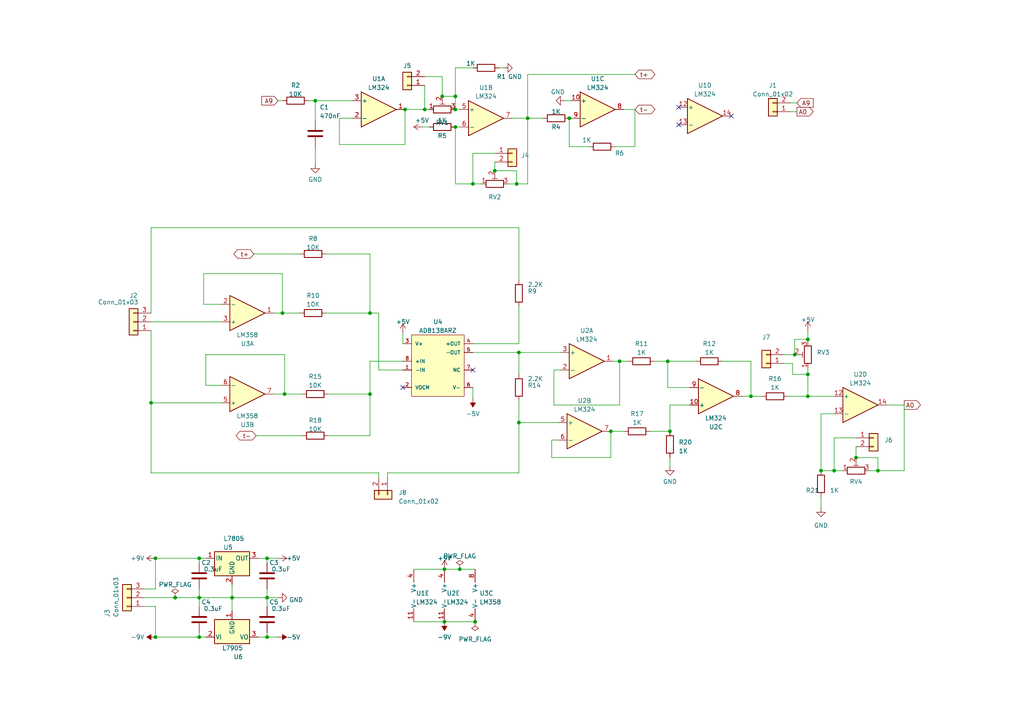
<source format=kicad_sch>
(kicad_sch (version 20230121) (generator eeschema)
  (paper "A4")
  (title_block (title "Fully Differential Potentiostat") (date "2023-05-15") (rev "1.0") (company "Felipe Avila Silva"))
  (lib_symbols
    (symbol "Amplifier_Operational:LM324" (pin_names (offset 0.127))
      (property "Reference" "U" (at 0 5.08 0))
      (property "Value" "LM324" (at 0 -5.08 0))
      (symbol "LM324_1_1"
        (polyline (pts (xy -5.08 5.08) (xy 5.08 0) (xy -5.08 -5.08) (xy -5.08 5.08)) (stroke (width 0.254)) (fill (type background)))
        (pin output line (at 7.62 0 180) (length 2.54) (name "~") (number "1"))
        (pin input line (at -7.62 -2.54 0) (length 2.54) (name "-") (number "2"))
        (pin input line (at -7.62 2.54 0) (length 2.54) (name "+") (number "3"))
      )
      (symbol "LM324_2_1"
        (polyline (pts (xy -5.08 5.08) (xy 5.08 0) (xy -5.08 -5.08) (xy -5.08 5.08)) (stroke (width 0.254)) (fill (type background)))
        (pin input line (at -7.62 2.54 0) (length 2.54) (name "+") (number "5"))
        (pin input line (at -7.62 -2.54 0) (length 2.54) (name "-") (number "6"))
        (pin output line (at 7.62 0 180) (length 2.54) (name "~") (number "7"))
      )
      (symbol "LM324_3_1"
        (polyline (pts (xy -5.08 5.08) (xy 5.08 0) (xy -5.08 -5.08) (xy -5.08 5.08)) (stroke (width 0.254)) (fill (type background)))
        (pin input line (at -7.62 2.54 0) (length 2.54) (name "+") (number "10"))
        (pin output line (at 7.62 0 180) (length 2.54) (name "~") (number "8"))
        (pin input line (at -7.62 -2.54 0) (length 2.54) (name "-") (number "9"))
      )
      (symbol "LM324_4_1"
        (polyline (pts (xy -5.08 5.08) (xy 5.08 0) (xy -5.08 -5.08) (xy -5.08 5.08)) (stroke (width 0.254)) (fill (type background)))
        (pin input line (at -7.62 2.54 0) (length 2.54) (name "+") (number "12"))
        (pin input line (at -7.62 -2.54 0) (length 2.54) (name "-") (number "13"))
        (pin output line (at 7.62 0 180) (length 2.54) (name "~") (number "14"))
      )
      (symbol "LM324_5_1"
        (pin power_in line (at -2.54 -7.62 90) (length 3.81) (name "V-") (number "11"))
        (pin power_in line (at -2.54 7.62 270) (length 3.81) (name "V+") (number "4"))
      )
    )
    (symbol "Amplifier_Operational:LM358" (pin_names (offset 0.127))
      (property "Reference" "U" (at 0 5.08 0))
      (property "Value" "LM358" (at 0 -5.08 0))
      (symbol "LM358_1_1"
        (polyline (pts (xy -5.08 5.08) (xy 5.08 0) (xy -5.08 -5.08) (xy -5.08 5.08)) (stroke (width 0.254)) (fill (type background)))
        (pin output line (at 7.62 0 180) (length 2.54) (name "~") (number "1"))
        (pin input line (at -7.62 -2.54 0) (length 2.54) (name "-") (number "2"))
        (pin input line (at -7.62 2.54 0) (length 2.54) (name "+") (number "3"))
      )
      (symbol "LM358_2_1"
        (polyline (pts (xy -5.08 5.08) (xy 5.08 0) (xy -5.08 -5.08) (xy -5.08 5.08)) (stroke (width 0.254)) (fill (type background)))
        (pin input line (at -7.62 2.54 0) (length 2.54) (name "+") (number "5"))
        (pin input line (at -7.62 -2.54 0) (length 2.54) (name "-") (number "6"))
        (pin output line (at 7.62 0 180) (length 2.54) (name "~") (number "7"))
      )
      (symbol "LM358_3_1"
        (pin power_in line (at -2.54 -7.62 90) (length 3.81) (name "V-") (number "4"))
        (pin power_in line (at -2.54 7.62 270) (length 3.81) (name "V+") (number "8"))
      )
    )
    (symbol "Connector_Generic:Conn_01x02" (pin_names (offset 1.016) hide)
      (property "Reference" "J" (at 0 2.54 0))
      (property "Value" "Conn_01x02" (at 0 -5.08 0))
      (symbol "Conn_01x02_1_1"
        (rectangle (start -1.27 -2.413) (end 0 -2.667) (stroke (width 0.1524)))
        (rectangle (start -1.27 0.127) (end 0 -0.127) (stroke (width 0.1524)))
        (rectangle (start -1.27 1.27) (end 1.27 -3.81) (stroke (width 0.254)) (fill (type background)))
        (pin passive line (at -5.08 0 0) (length 3.81) (name "Pin_1") (number "1"))
        (pin passive line (at -5.08 -2.54 0) (length 3.81) (name "Pin_2") (number "2"))
      )
    )
    (symbol "Connector_Generic:Conn_01x03" (pin_names (offset 1.016) hide)
      (property "Reference" "J" (at 0 5.08 0))
      (property "Value" "Conn_01x03" (at 0 -5.08 0))
      (symbol "Conn_01x03_1_1"
        (rectangle (start -1.27 -2.413) (end 0 -2.667) (stroke (width 0.1524)))
        (rectangle (start -1.27 0.127) (end 0 -0.127) (stroke (width 0.1524)))
        (rectangle (start -1.27 2.667) (end 0 2.413) (stroke (width 0.1524)))
        (rectangle (start -1.27 3.81) (end 1.27 -3.81) (stroke (width 0.254)) (fill (type background)))
        (pin passive line (at -5.08 2.54 0) (length 3.81) (name "Pin_1") (number "1"))
        (pin passive line (at -5.08 0 0) (length 3.81) (name "Pin_2") (number "2"))
        (pin passive line (at -5.08 -2.54 0) (length 3.81) (name "Pin_3") (number "3"))
      )
    )
    (symbol "Device:C" (pin_numbers hide) (pin_names (offset 0.254))
      (property "Reference" "C" (at 0.635 2.54 0))
      (property "Value" "C" (at 0.635 -2.54 0))
      (symbol "C_0_1"
        (polyline (pts (xy -2.032 -0.762) (xy 2.032 -0.762)) (stroke (width 0.508)))
        (polyline (pts (xy -2.032 0.762) (xy 2.032 0.762)) (stroke (width 0.508)))
      )
      (symbol "C_1_1"
        (pin passive line (at 0 3.81 270) (length 2.794) (name "~") (number "1"))
        (pin passive line (at 0 -3.81 90) (length 2.794) (name "~") (number "2"))
      )
    )
    (symbol "Device:R" (pin_numbers hide) (pin_names (offset 0))
      (property "Reference" "R" (at 2.032 0 90))
      (property "Value" "R" (at 0 0 90))
      (symbol "R_0_1"
        (rectangle (start -1.016 -2.54) (end 1.016 2.54) (stroke (width 0.254)))
      )
      (symbol "R_1_1"
        (pin passive line (at 0 3.81 270) (length 1.27) (name "~") (number "1"))
        (pin passive line (at 0 -3.81 90) (length 1.27) (name "~") (number "2"))
      )
    )
    (symbol "Device:R_Potentiometer_Trim" (pin_names (offset 1.016) hide)
      (property "Reference" "RV" (at -4.445 0 90))
      (property "Value" "R_Potentiometer_Trim" (at -2.54 0 90))
      (symbol "R_Potentiometer_Trim_0_1"
        (polyline (pts (xy 1.524 0.762) (xy 1.524 -0.762)))
        (polyline (pts (xy 2.54 0) (xy 1.524 0)))
        (rectangle (start 1.016 2.54) (end -1.016 -2.54) (stroke (width 0.254)))
      )
      (symbol "R_Potentiometer_Trim_1_1"
        (pin passive line (at 0 3.81 270) (length 1.27) (name "1") (number "1"))
        (pin passive line (at 3.81 0 180) (length 1.27) (name "2") (number "2"))
        (pin passive line (at 0 -3.81 90) (length 1.27) (name "3") (number "3"))
      )
    )
    (symbol "Regulator_Linear:L7805" (pin_names (offset 0.254))
      (property "Reference" "U" (at -3.81 3.175 0))
      (property "Value" "L7805" (at 0 3.175 0))
      (symbol "L7805_0_1"
        (rectangle (start -5.08 1.905) (end 5.08 -5.08) (stroke (width 0.254)) (fill (type background)))
      )
      (symbol "L7805_1_1"
        (pin power_in line (at -7.62 0 0) (length 2.54) (name "IN") (number "1"))
        (pin power_in line (at 0 -7.62 90) (length 2.54) (name "GND") (number "2"))
        (pin power_out line (at 7.62 0 180) (length 2.54) (name "OUT") (number "3"))
      )
    )
    (symbol "Regulator_Linear:L7905" (pin_names (offset 0.254))
      (property "Reference" "U" (at -3.81 -3.175 0))
      (property "Value" "L7905" (at 0 -3.175 0))
      (symbol "L7905_0_1"
        (rectangle (start -5.08 5.08) (end 5.08 -1.905) (stroke (width 0.254)) (fill (type background)))
      )
      (symbol "L7905_1_1"
        (pin power_in line (at 0 7.62 270) (length 2.54) (name "GND") (number "1"))
        (pin power_in line (at -7.62 0 0) (length 2.54) (name "VI") (number "2"))
        (pin power_out line (at 7.62 0 180) (length 2.54) (name "VO") (number "3"))
      )
    )
    (symbol "eec:AD8138ARZ" (pin_names (offset 1.016))
      (property "Reference" "U" (at 0 5.08 0))
      (property "Value" "AD8138ARZ" (at 0 7.62 0))
      (symbol "AD8138ARZ_1_1"
        (rectangle (start 5.08 2.54) (end 20.32 -15.24) (fill (type background)))
        (pin unspecified line (at 2.54 -7.62 0) (length 2.54) (name "-IN") (number "1"))
        (pin unspecified line (at 2.54 -12.7 0) (length 2.54) (name "VOCM") (number "2"))
        (pin unspecified line (at 2.54 0 0) (length 2.54) (name "V+") (number "3"))
        (pin unspecified line (at 22.86 0 180) (length 2.54) (name "+OUT") (number "4"))
        (pin unspecified line (at 22.86 -2.54 180) (length 2.54) (name "-OUT") (number "5"))
        (pin unspecified line (at 22.86 -12.7 180) (length 2.54) (name "V-") (number "6"))
        (pin unspecified line (at 22.86 -7.62 180) (length 2.54) (name "NC") (number "7"))
        (pin unspecified line (at 2.54 -5.08 0) (length 2.54) (name "+IN") (number "8"))
      )
    )
    (symbol "power:+5V" (power) (pin_names (offset 0))
      (property "Value" "+5V" (at 0 3.556 0))
      (symbol "+5V_0_1"
        (polyline (pts (xy -0.762 1.27) (xy 0 2.54)))
        (polyline (pts (xy 0 0) (xy 0 2.54)))
        (polyline (pts (xy 0 2.54) (xy 0.762 1.27)))
      )
      (symbol "+5V_1_1"
        (pin power_in line (at 0 0 90) (length 0) hide (name "+5V") (number "1"))
      )
    )
    (symbol "power:+9V" (power) (pin_names (offset 0))
      (property "Value" "+9V" (at 0 3.556 0))
      (symbol "+9V_0_1"
        (polyline (pts (xy -0.762 1.27) (xy 0 2.54)))
        (polyline (pts (xy 0 0) (xy 0 2.54)))
        (polyline (pts (xy 0 2.54) (xy 0.762 1.27)))
      )
      (symbol "+9V_1_1"
        (pin power_in line (at 0 0 90) (length 0) hide (name "+9V") (number "1"))
      )
    )
    (symbol "power:-5V" (power) (pin_names (offset 0))
      (property "Value" "-5V" (at 0 3.81 0))
      (symbol "-5V_0_0"
        (pin power_in line (at 0 0 90) (length 0) hide (name "-5V") (number "1"))
      )
      (symbol "-5V_0_1"
        (polyline (pts (xy 0 0) (xy 0 1.27) (xy 0.762 1.27) (xy 0 2.54) (xy -0.762 1.27) (xy 0 1.27)) (fill (type outline)))
      )
    )
    (symbol "power:-9V" (power) (pin_names (offset 0))
      (property "Value" "-9V" (at 0 3.81 0))
      (symbol "-9V_0_1"
        (polyline (pts (xy 0 0) (xy 0 2.54)))
        (polyline (pts (xy 0.762 1.27) (xy -0.762 1.27) (xy 0 2.54) (xy 0.762 1.27)) (fill (type outline)))
      )
      (symbol "-9V_1_1"
        (pin power_in line (at 0 0 90) (length 0) hide (name "-9V") (number "1"))
      )
    )
    (symbol "power:GND" (power) (pin_names (offset 0))
      (property "Value" "GND" (at 0 -3.81 0))
      (symbol "GND_0_1"
        (polyline (pts (xy 0 0) (xy 0 -1.27) (xy 1.27 -1.27) (xy 0 -2.54) (xy -1.27 -1.27) (xy 0 -1.27)))
      )
      (symbol "GND_1_1"
        (pin power_in line (at 0 0 270) (length 0) hide (name "GND") (number "1"))
      )
    )
    (symbol "power:PWR_FLAG" (power) (pin_numbers hide) (pin_names (offset 0) hide)
      (property "Value" "PWR_FLAG" (at 0 3.81 0))
      (symbol "PWR_FLAG_0_0"
        (pin power_out line (at 0 0 90) (length 0) (name "pwr") (number "1"))
      )
      (symbol "PWR_FLAG_0_1"
        (polyline (pts (xy 0 0) (xy 0 1.27) (xy -1.016 1.905) (xy 0 2.54) (xy 1.016 1.905) (xy 0 1.27)))
      )
    )
  )
  (junction (at 82.55 114.3))
  (junction (at 67.31 173.355))
  (junction (at 254.635 136.525))
  (junction (at 179.705 104.775))
  (junction (at 153.035 34.29))
  (junction (at 149.86 53.34))
  (junction (at 45.085 161.925))
  (junction (at 193.675 104.775))
  (junction (at 143.51 49.53))
  (junction (at 57.785 173.355))
  (junction (at 132.08 36.83))
  (junction (at 57.785 161.925))
  (junction (at 234.315 108.585))
  (junction (at 234.315 114.935))
  (junction (at 194.31 125.095))
  (junction (at 45.085 184.785))
  (junction (at 234.315 98.425))
  (junction (at 238.125 136.525))
  (junction (at 241.935 136.525))
  (junction (at 107.315 114.3))
  (junction (at 217.805 114.935))
  (junction (at 81.915 90.805))
  (junction (at 165.1 34.29))
  (junction (at 150.495 122.555))
  (junction (at 107.315 90.805))
  (junction (at 150.495 102.235))
  (junction (at 50.8 173.355))
  (junction (at 128.905 180.34))
  (junction (at 43.815 116.84))
  (junction (at 137.16 53.34))
  (junction (at 91.44 29.21))
  (junction (at 128.905 165.1))
  (junction (at 133.35 165.1))
  (junction (at 128.27 27.94))
  (junction (at 177.165 125.095))
  (junction (at 230.505 102.87))
  (junction (at 77.47 173.355))
  (junction (at 137.795 180.34))
  (junction (at 248.285 132.715))
  (junction (at 123.19 31.75))
  (junction (at 132.08 31.75))
  (junction (at 77.47 161.925))
  (junction (at 132.08 27.94))
  (junction (at 57.785 184.785))
  (junction (at 117.475 31.75))
  (junction (at 77.47 184.785))
  (no_connect (at 196.85 31.115))
  (no_connect (at 196.85 36.195))
  (no_connect (at 137.16 107.315))
  (no_connect (at 116.84 112.395))
  (no_connect (at 212.09 33.655))
  (wire (pts (xy 79.375 114.3) (xy 82.55 114.3)))
  (wire (pts (xy 150.495 122.555) (xy 161.925 122.555)))
  (wire (pts (xy 107.315 73.66) (xy 94.615 73.66)))
  (wire (pts (xy 234.315 95.885) (xy 234.315 98.425)))
  (wire (pts (xy 95.25 126.365) (xy 107.315 126.365)))
  (wire (pts (xy 137.16 99.695) (xy 150.495 99.695)))
  (wire (pts (xy 57.785 173.355) (xy 57.785 175.895)))
  (wire (pts (xy 200.025 117.475) (xy 194.31 117.475)))
  (wire (pts (xy 137.16 115.57) (xy 137.16 112.395)))
  (wire (pts (xy 178.435 42.545) (xy 184.15 42.545)))
  (wire (pts (xy 45.085 175.895) (xy 45.085 184.785)))
  (wire (pts (xy 234.315 114.935) (xy 241.935 114.935)))
  (wire (pts (xy 241.935 136.525) (xy 244.475 136.525)))
  (wire (pts (xy 150.495 66.04) (xy 43.815 66.04)))
  (wire (pts (xy 74.93 184.785) (xy 77.47 184.785)))
  (wire (pts (xy 77.47 170.815) (xy 77.47 173.355)))
  (wire (pts (xy 150.495 102.235) (xy 150.495 108.585)))
  (wire (pts (xy 112.395 137.16) (xy 112.395 138.43)))
  (wire (pts (xy 179.705 104.775) (xy 179.705 117.475)))
  (wire (pts (xy 45.085 161.925) (xy 57.785 161.925)))
  (wire (pts (xy 194.31 117.475) (xy 194.31 125.095)))
  (wire (pts (xy 217.805 114.935) (xy 220.98 114.935)))
  (wire (pts (xy 59.055 88.265) (xy 59.055 79.375)))
  (wire (pts (xy 238.125 136.525) (xy 241.935 136.525)))
  (wire (pts (xy 41.91 170.815) (xy 45.085 170.815)))
  (wire (pts (xy 200.025 112.395) (xy 193.675 112.395)))
  (wire (pts (xy 123.19 24.765) (xy 123.19 31.75)))
  (wire (pts (xy 160.655 117.475) (xy 179.705 117.475)))
  (wire (pts (xy 77.47 184.785) (xy 80.645 184.785)))
  (wire (pts (xy 193.675 104.775) (xy 189.865 104.775)))
  (wire (pts (xy 77.47 173.355) (xy 77.47 175.895)))
  (wire (pts (xy 177.165 132.715) (xy 177.165 125.095)))
  (wire (pts (xy 91.44 29.21) (xy 102.235 29.21)))
  (wire (pts (xy 81.915 79.375) (xy 81.915 90.805)))
  (wire (pts (xy 57.785 184.785) (xy 57.785 183.515)))
  (wire (pts (xy 43.815 116.84) (xy 43.815 137.16)))
  (wire (pts (xy 123.19 22.225) (xy 128.27 22.225)))
  (wire (pts (xy 229.87 105.41) (xy 229.87 108.585)))
  (wire (pts (xy 59.69 111.76) (xy 64.135 111.76)))
  (wire (pts (xy 120.015 180.34) (xy 128.905 180.34)))
  (wire (pts (xy 77.47 183.515) (xy 77.47 184.785)))
  (wire (pts (xy 41.91 175.895) (xy 45.085 175.895)))
  (wire (pts (xy 95.25 114.3) (xy 107.315 114.3)))
  (wire (pts (xy 132.08 36.83) (xy 132.08 53.34)))
  (wire (pts (xy 133.35 165.1) (xy 137.795 165.1)))
  (wire (pts (xy 67.31 173.355) (xy 67.31 169.545)))
  (wire (pts (xy 77.47 161.925) (xy 80.645 161.925)))
  (wire (pts (xy 262.255 117.475) (xy 257.175 117.475)))
  (wire (pts (xy 143.51 44.45) (xy 137.16 44.45)))
  (wire (pts (xy 230.505 102.87) (xy 230.505 98.425)))
  (wire (pts (xy 150.495 116.205) (xy 150.495 122.555)))
  (wire (pts (xy 59.69 111.76) (xy 59.69 102.87)))
  (wire (pts (xy 81.915 90.805) (xy 79.375 90.805)))
  (wire (pts (xy 43.815 66.04) (xy 43.815 90.805)))
  (wire (pts (xy 160.02 132.715) (xy 177.165 132.715)))
  (wire (pts (xy 137.16 53.34) (xy 132.08 53.34)))
  (wire (pts (xy 209.55 104.775) (xy 217.805 104.775)))
  (wire (pts (xy 91.44 34.925) (xy 91.44 29.21)))
  (wire (pts (xy 41.91 173.355) (xy 50.8 173.355)))
  (wire (pts (xy 109.855 137.16) (xy 43.815 137.16)))
  (wire (pts (xy 238.125 120.015) (xy 238.125 136.525)))
  (wire (pts (xy 228.6 114.935) (xy 234.315 114.935)))
  (wire (pts (xy 107.315 90.805) (xy 109.855 90.805)))
  (wire (pts (xy 150.495 122.555) (xy 150.495 137.16)))
  (wire (pts (xy 143.51 49.53) (xy 149.86 49.53)))
  (wire (pts (xy 170.815 42.545) (xy 165.1 42.545)))
  (wire (pts (xy 165.1 42.545) (xy 165.1 34.29)))
  (wire (pts (xy 161.925 127.635) (xy 160.02 127.635)))
  (wire (pts (xy 254.635 136.525) (xy 262.255 136.525)))
  (wire (pts (xy 238.125 147.32) (xy 238.125 144.145)))
  (wire (pts (xy 107.315 104.775) (xy 107.315 114.3)))
  (wire (pts (xy 80.645 29.21) (xy 81.915 29.21)))
  (wire (pts (xy 143.51 46.99) (xy 143.51 49.53)))
  (wire (pts (xy 153.035 34.29) (xy 157.48 34.29)))
  (wire (pts (xy 43.815 116.84) (xy 64.135 116.84)))
  (wire (pts (xy 262.255 136.525) (xy 262.255 117.475)))
  (wire (pts (xy 57.785 161.925) (xy 59.69 161.925)))
  (wire (pts (xy 128.905 165.1) (xy 133.35 165.1)))
  (wire (pts (xy 45.085 170.815) (xy 45.085 161.925)))
  (wire (pts (xy 229.87 108.585) (xy 234.315 108.585)))
  (wire (pts (xy 43.815 95.885) (xy 43.815 116.84)))
  (wire (pts (xy 82.55 102.87) (xy 82.55 114.3)))
  (wire (pts (xy 94.615 90.805) (xy 107.315 90.805)))
  (wire (pts (xy 120.015 165.1) (xy 128.905 165.1)))
  (wire (pts (xy 43.815 93.345) (xy 64.135 93.345)))
  (wire (pts (xy 231.14 32.385) (xy 229.235 32.385)))
  (wire (pts (xy 98.425 34.29) (xy 98.425 41.91)))
  (wire (pts (xy 149.86 49.53) (xy 149.86 53.34)))
  (wire (pts (xy 132.08 19.685) (xy 132.08 27.94)))
  (wire (pts (xy 188.595 125.095) (xy 194.31 125.095)))
  (wire (pts (xy 254.635 132.715) (xy 254.635 136.525)))
  (wire (pts (xy 57.785 173.355) (xy 67.31 173.355)))
  (wire (pts (xy 139.7 53.34) (xy 137.16 53.34)))
  (wire (pts (xy 149.86 53.34) (xy 153.035 53.34)))
  (wire (pts (xy 57.785 163.195) (xy 57.785 161.925)))
  (wire (pts (xy 227.33 102.87) (xy 230.505 102.87)))
  (wire (pts (xy 184.15 42.545) (xy 184.15 31.75)))
  (wire (pts (xy 116.84 107.315) (xy 109.855 107.315)))
  (wire (pts (xy 230.505 98.425) (xy 234.315 98.425)))
  (wire (pts (xy 117.475 31.75) (xy 123.19 31.75)))
  (wire (pts (xy 77.47 161.925) (xy 77.47 163.195)))
  (wire (pts (xy 137.16 44.45) (xy 137.16 53.34)))
  (wire (pts (xy 109.855 107.315) (xy 109.855 90.805)))
  (wire (pts (xy 77.47 173.355) (xy 80.645 173.355)))
  (wire (pts (xy 153.035 21.59) (xy 153.035 34.29)))
  (wire (pts (xy 107.315 73.66) (xy 107.315 90.805)))
  (wire (pts (xy 193.675 104.775) (xy 193.675 112.395)))
  (wire (pts (xy 248.285 129.54) (xy 248.285 132.715)))
  (wire (pts (xy 132.08 31.75) (xy 133.35 31.75)))
  (wire (pts (xy 231.14 29.845) (xy 229.235 29.845)))
  (wire (pts (xy 150.495 137.16) (xy 112.395 137.16)))
  (wire (pts (xy 147.32 53.34) (xy 149.86 53.34)))
  (wire (pts (xy 234.315 108.585) (xy 234.315 114.935)))
  (wire (pts (xy 59.055 88.265) (xy 64.135 88.265)))
  (wire (pts (xy 128.27 27.94) (xy 132.08 27.94)))
  (wire (pts (xy 123.19 31.75) (xy 124.46 31.75)))
  (wire (pts (xy 89.535 29.21) (xy 91.44 29.21)))
  (wire (pts (xy 163.83 29.21) (xy 165.735 29.21)))
  (wire (pts (xy 107.315 114.3) (xy 107.315 126.365)))
  (wire (pts (xy 150.495 102.235) (xy 162.56 102.235)))
  (wire (pts (xy 160.02 127.635) (xy 160.02 132.715)))
  (wire (pts (xy 128.905 180.34) (xy 137.795 180.34)))
  (wire (pts (xy 179.705 104.775) (xy 182.245 104.775)))
  (wire (pts (xy 73.66 73.66) (xy 86.995 73.66)))
  (wire (pts (xy 194.31 135.255) (xy 194.31 132.715)))
  (wire (pts (xy 59.055 79.375) (xy 81.915 79.375)))
  (wire (pts (xy 117.475 31.75) (xy 117.475 41.91)))
  (wire (pts (xy 128.27 22.225) (xy 128.27 27.94)))
  (wire (pts (xy 184.15 21.59) (xy 153.035 21.59)))
  (wire (pts (xy 98.425 41.91) (xy 117.475 41.91)))
  (wire (pts (xy 215.265 114.935) (xy 217.805 114.935)))
  (wire (pts (xy 59.69 184.785) (xy 57.785 184.785)))
  (wire (pts (xy 160.655 107.315) (xy 160.655 117.475)))
  (wire (pts (xy 137.16 102.235) (xy 150.495 102.235)))
  (wire (pts (xy 74.93 161.925) (xy 77.47 161.925)))
  (wire (pts (xy 241.935 120.015) (xy 238.125 120.015)))
  (wire (pts (xy 45.085 184.785) (xy 57.785 184.785)))
  (wire (pts (xy 241.935 127) (xy 241.935 136.525)))
  (wire (pts (xy 81.915 90.805) (xy 86.995 90.805)))
  (wire (pts (xy 107.315 104.775) (xy 116.84 104.775)))
  (wire (pts (xy 50.8 173.355) (xy 57.785 173.355)))
  (wire (pts (xy 122.555 36.83) (xy 124.46 36.83)))
  (wire (pts (xy 193.675 104.775) (xy 201.93 104.775)))
  (wire (pts (xy 109.855 138.43) (xy 109.855 137.16)))
  (wire (pts (xy 132.08 27.94) (xy 132.08 31.75)))
  (wire (pts (xy 102.235 34.29) (xy 98.425 34.29)))
  (wire (pts (xy 234.315 106.68) (xy 234.315 108.585)))
  (wire (pts (xy 57.785 170.815) (xy 57.785 173.355)))
  (wire (pts (xy 252.095 136.525) (xy 254.635 136.525)))
  (wire (pts (xy 177.165 125.095) (xy 180.975 125.095)))
  (wire (pts (xy 67.31 177.165) (xy 67.31 173.355)))
  (wire (pts (xy 184.15 31.75) (xy 180.975 31.75)))
  (wire (pts (xy 248.285 132.715) (xy 254.635 132.715)))
  (wire (pts (xy 150.495 88.9) (xy 150.495 99.695)))
  (wire (pts (xy 177.8 104.775) (xy 179.705 104.775)))
  (wire (pts (xy 162.56 107.315) (xy 160.655 107.315)))
  (wire (pts (xy 165.735 34.29) (xy 165.1 34.29)))
  (wire (pts (xy 234.315 98.425) (xy 234.315 99.06)))
  (wire (pts (xy 74.295 126.365) (xy 87.63 126.365)))
  (wire (pts (xy 150.495 66.04) (xy 150.495 81.28)))
  (wire (pts (xy 144.78 19.685) (xy 146.05 19.685)))
  (wire (pts (xy 153.035 53.34) (xy 153.035 34.29)))
  (wire (pts (xy 148.59 34.29) (xy 153.035 34.29)))
  (wire (pts (xy 82.55 114.3) (xy 87.63 114.3)))
  (wire (pts (xy 227.33 105.41) (xy 229.87 105.41)))
  (wire (pts (xy 132.08 19.685) (xy 137.16 19.685)))
  (wire (pts (xy 132.08 36.83) (xy 133.35 36.83)))
  (wire (pts (xy 248.285 127) (xy 241.935 127)))
  (wire (pts (xy 217.805 104.775) (xy 217.805 114.935)))
  (wire (pts (xy 91.44 47.625) (xy 91.44 42.545)))
  (wire (pts (xy 67.31 173.355) (xy 77.47 173.355)))
  (wire (pts (xy 59.69 102.87) (xy 82.55 102.87)))
  (wire (pts (xy 116.84 96.52) (xy 116.84 99.695)))
  (global_label "t+" (shape bidirectional) (at 184.15 21.59 0) (property "Intersheetrefs" "${INTERSHEET_REFS}" (effects hide)))
  (global_label "A0" (shape output) (at 231.14 32.385 0) (property "Intersheetrefs" "${INTERSHEET_REFS}" (effects hide)))
  (global_label "t+" (shape bidirectional) (at 73.66 73.66 180) (property "Intersheetrefs" "${INTERSHEET_REFS}" (effects hide)))
  (global_label "A0" (shape output) (at 262.255 117.475 0) (property "Intersheetrefs" "${INTERSHEET_REFS}" (effects hide)))
  (global_label "t-" (shape bidirectional) (at 184.15 31.75 0) (property "Intersheetrefs" "${INTERSHEET_REFS}" (effects hide)))
  (global_label "A9" (shape input) (at 80.645 29.21 180) (property "Intersheetrefs" "${INTERSHEET_REFS}" (effects hide)))
  (global_label "t-" (shape bidirectional) (at 74.295 126.365 180) (property "Intersheetrefs" "${INTERSHEET_REFS}" (effects hide)))
  (global_label "A9" (shape input) (at 231.14 29.845 0) (property "Intersheetrefs" "${INTERSHEET_REFS}" (effects hide)))
  (symbol (lib_id "power:+5V") (at 80.645 161.925 270) (unit 1)
    (property "Reference" "#PWR013" (effects hide))
    (property "Value" "+5V" (at 85.09 161.925 90))
  )
  (symbol (lib_id "power:GND") (at 194.31 135.255 0) (unit 1)
    (property "Reference" "#PWR010" (effects hide))
    (property "Value" "GND" (at 194.31 139.7 0))
  )
  (symbol (lib_id "Device:R") (at 150.495 85.09 180) (unit 1)
    (property "Reference" "R9" (at 153.035 84.455 0) (effects (justify right)))
    (property "Value" "2.2K" (at 153.035 82.55 0) (effects (justify right)))
    (property "Footprint" "Resistor_THT:R_Axial_DIN0207_L6.3mm_D2.5mm_P10.16mm_Horizontal" (effects hide))
  )
  (symbol (lib_id "power:PWR_FLAG") (at 137.795 180.34 180) (unit 1)
    (property "Reference" "#FLG02" (effects hide))
    (property "Value" "PWR_FLAG" (at 137.795 185.42 0))
  )
  (symbol (lib_id "Amplifier_Operational:LM324") (at 122.555 172.72 0) (unit 5)
    (property "Reference" "U1" (at 120.65 172.085 0) (effects (justify left)))
    (property "Value" "LM324" (at 120.65 174.625 0) (effects (justify left)))
    (property "Footprint" "DIP-14_W7.62mm_Socket_LongPads" (effects hide))
    (property "Datasheet" "http://www.ti.com/lit/ds/symlink/lm2902-n.pdf" (effects hide))
  )
  (symbol (lib_id "Device:R") (at 224.79 114.935 270) (unit 1)
    (property "Reference" "R16" (at 224.79 109.855 90))
    (property "Value" "1K" (at 224.79 112.395 90))
    (property "Footprint" "Resistor_THT:R_Axial_DIN0207_L6.3mm_D2.5mm_P10.16mm_Horizontal" (effects hide))
  )
  (symbol (lib_id "Amplifier_Operational:LM358") (at 71.755 90.805 0) (mirror x) (unit 1)
    (property "Reference" "U3" (at 71.755 99.695 0))
    (property "Value" "LM358" (at 71.755 97.155 0))
    (property "Footprint" "DIP-8_W7.62mm_Socket_LongPads" (effects hide))
    (property "Datasheet" "http://www.ti.com/lit/ds/symlink/lm2904-n.pdf" (effects hide))
  )
  (symbol (lib_id "power:PWR_FLAG") (at 50.8 173.355 0) (unit 1)
    (property "Reference" "#FLG01" (effects hide))
    (property "Value" "PWR_FLAG" (at 50.8 169.545 0))
  )
  (symbol (lib_id "Device:R") (at 186.055 104.775 270) (unit 1)
    (property "Reference" "R11" (at 186.055 99.695 90))
    (property "Value" "1K" (at 186.055 102.235 90))
    (property "Footprint" "Resistor_THT:R_Axial_DIN0207_L6.3mm_D2.5mm_P10.16mm_Horizontal" (effects hide))
  )
  (symbol (lib_id "Amplifier_Operational:LM324") (at 249.555 117.475 0) (unit 4)
    (property "Reference" "U2" (at 249.555 108.585 0))
    (property "Value" "LM324" (at 249.555 111.125 0))
    (property "Footprint" "DIP-14_W7.62mm_Socket_LongPads" (effects hide))
    (property "Datasheet" "http://www.ti.com/lit/ds/symlink/lm2902-n.pdf" (effects hide))
  )
  (symbol (lib_id "power:+5V") (at 122.555 36.83 90) (unit 1)
    (property "Reference" "#PWR04" (effects hide))
    (property "Value" "+5V" (at 124.46 34.925 90) (effects (justify left)))
  )
  (symbol (lib_id "Connector_Generic:Conn_01x03") (at 36.83 173.355 180) (unit 1)
    (property "Reference" "J3" (at 31.115 179.07 90) (effects (justify right)))
    (property "Value" "Conn_01x03" (at 33.655 179.07 90) (effects (justify right)))
    (property "Footprint" "Connector_PinSocket_2.54mm:PinSocket_1x03_P2.54mm_Vertical" (effects hide))
  )
  (symbol (lib_id "Device:R") (at 184.785 125.095 270) (unit 1)
    (property "Reference" "R17" (at 184.785 120.015 90))
    (property "Value" "1K" (at 184.785 122.555 90))
    (property "Footprint" "Resistor_THT:R_Axial_DIN0207_L6.3mm_D2.5mm_P10.16mm_Horizontal" (effects hide))
  )
  (symbol (lib_id "Amplifier_Operational:LM324") (at 207.645 114.935 0) (mirror x) (unit 3)
    (property "Reference" "U2" (at 207.645 123.825 0))
    (property "Value" "LM324" (at 207.645 121.285 0))
    (property "Footprint" "DIP-14_W7.62mm_Socket_LongPads" (effects hide))
    (property "Datasheet" "http://www.ti.com/lit/ds/symlink/lm2902-n.pdf" (effects hide))
  )
  (symbol (lib_id "Device:C") (at 57.785 167.005 0) (unit 1)
    (property "Reference" "C2" (at 58.42 163.195 0) (effects (justify left)))
    (property "Value" "0.3uF" (at 59.055 165.1 0) (effects (justify left)))
    (property "Footprint" "Capacitor_THT:CP_Radial_D5.0mm_P2.00mm" (effects hide))
  )
  (symbol (lib_id "power:GND") (at 238.125 147.32 0) (unit 1)
    (property "Reference" "#PWR011" (effects hide))
    (property "Value" "GND" (at 238.125 152.4 0))
  )
  (symbol (lib_id "Regulator_Linear:L7805") (at 67.31 161.925 0) (unit 1)
    (property "Reference" "U5" (at 64.77 158.75 0) (effects (justify left)))
    (property "Value" "L7805" (at 64.77 156.21 0) (effects (justify left)))
    (property "Footprint" "l7805:TO255P1020X450X2000-3" (effects hide))
    (property "Datasheet" "http://www.st.com/content/ccc/resource/technical/document/datasheet/41/4f/b3/b0/12/d4/47/88/CD00000444.pdf/files/CD00000444.pdf/jcr:content/translations/en.CD00000444.pdf" (effects hide))
  )
  (symbol (lib_id "Device:R") (at 174.625 42.545 90) (unit 1)
    (property "Reference" "R6" (at 179.705 44.45 90))
    (property "Value" "1K" (at 170.18 40.64 90))
    (property "Footprint" "Resistor_THT:R_Axial_DIN0207_L6.3mm_D2.5mm_P10.16mm_Horizontal" (effects hide))
  )
  (symbol (lib_id "Device:R") (at 90.805 90.805 90) (unit 1)
    (property "Reference" "R10" (at 90.805 85.725 90))
    (property "Value" "10K" (at 90.805 88.265 90))
    (property "Footprint" "Resistor_THT:R_Axial_DIN0207_L6.3mm_D2.5mm_P10.16mm_Horizontal" (effects hide))
  )
  (symbol (lib_id "power:+9V") (at 128.905 165.1 0) (unit 1)
    (property "Reference" "#PWR03" (effects hide))
    (property "Value" "+9V" (at 128.905 161.925 0))
  )
  (symbol (lib_id "Device:R_Potentiometer_Trim") (at 234.315 102.87 180) (unit 1)
    (property "Reference" "RV3" (at 236.855 102.235 0) (effects (justify right)))
    (property "Value" "R_Potentiometer_Trim" (effects hide))
    (property "Footprint" "Potentiometer_THT:Potentiometer_Bourns_3296W_Vertical" (effects hide))
  )
  (symbol (lib_id "Device:R") (at 140.97 19.685 90) (unit 1)
    (property "Reference" "R1" (at 145.415 22.225 90))
    (property "Value" "1K" (at 136.525 18.415 90))
    (property "Footprint" "Resistor_THT:R_Axial_DIN0207_L6.3mm_D2.5mm_P10.16mm_Horizontal" (effects hide))
  )
  (symbol (lib_id "Connector_Generic:Conn_01x02") (at 118.11 24.765 180) (unit 1)
    (property "Reference" "J5" (at 118.11 19.05 0))
    (property "Value" "Conn_01x02" (effects hide))
    (property "Footprint" "Connector_PinHeader_2.54mm:PinHeader_1x02_P2.54mm_Vertical" (effects hide))
  )
  (symbol (lib_id "eec:AD8138ARZ") (at 114.3 99.695 0) (unit 1)
    (property "Reference" "U4" (at 127 93.345 0))
    (property "Value" "AD8138ARZ" (at 127 95.885 0))
    (property "Footprint" "Analog Devices Inc - AD8138ARZ:ANALOG_DEVICES_INC_AD8138ARZ_0" (effects hide))
    (property "Datasheet" "http://www.analog.com/media/en/technical-documentation/data-sheets/AD8138.pdf" (effects hide))
    (property "category" "IC" (effects hide))
    (property "digikey description" "IC AMP DIFF LDIST LP 95MA 8SOIC" (effects hide))
    (property "digikey part number" "AD8138ARZ-ND" (effects hide))
    (property "ipc land pattern name" "SOIC127P600X155-8" (effects hide))
    (property "lead free" "yes" (effects hide))
    (property "library id" "5424f8c07a5c8a82" (effects hide))
    (property "manufacturer" "Analog Devices Inc" (effects hide))
    (property "mouser part number" "584-AD8138ARZ" (effects hide))
    (property "package" "SOIC8" (effects hide))
    (property "rohs" "yes" (effects hide))
    (property "temperature range high" "+85°C" (effects hide))
    (property "temperature range low" "-40°C" (effects hide))
  )
  (symbol (lib_id "Amplifier_Operational:LM358") (at 140.335 172.72 0) (unit 3)
    (property "Reference" "U3" (at 139.065 172.085 0) (effects (justify left)))
    (property "Value" "LM358" (at 139.065 174.625 0) (effects (justify left)))
    (property "Footprint" "DIP-8_W7.62mm_Socket_LongPads" (effects hide))
    (property "Datasheet" "http://www.ti.com/lit/ds/symlink/lm2904-n.pdf" (effects hide))
  )
  (symbol (lib_id "power:-5V") (at 80.645 184.785 270) (unit 1)
    (property "Reference" "#PWR016" (effects hide))
    (property "Value" "-5V" (at 85.09 184.785 90))
  )
  (symbol (lib_id "Device:R") (at 238.125 140.335 0) (unit 1)
    (property "Reference" "R21" (at 233.68 142.24 0) (effects (justify left)))
    (property "Value" "1K" (at 240.665 142.24 0) (effects (justify left)))
    (property "Footprint" "Resistor_THT:R_Axial_DIN0207_L6.3mm_D2.5mm_P10.16mm_Horizontal" (effects hide))
  )
  (symbol (lib_id "Device:C") (at 77.47 179.705 0) (unit 1)
    (property "Reference" "C5" (at 78.105 174.625 0) (effects (justify left)))
    (property "Value" "0.3uF" (at 78.74 176.53 0) (effects (justify left)))
    (property "Footprint" "Capacitor_THT:CP_Radial_D5.0mm_P2.00mm" (effects hide))
  )
  (symbol (lib_id "Device:R") (at 90.805 73.66 90) (unit 1)
    (property "Reference" "R8" (at 90.805 69.215 90))
    (property "Value" "10K" (at 90.805 71.755 90))
    (property "Footprint" "Resistor_THT:R_Axial_DIN0207_L6.3mm_D2.5mm_P10.16mm_Horizontal" (effects hide))
  )
  (symbol (lib_id "Device:R") (at 91.44 114.3 90) (unit 1)
    (property "Reference" "R15" (at 91.44 109.22 90))
    (property "Value" "10K" (at 91.44 111.76 90))
    (property "Footprint" "Resistor_THT:R_Axial_DIN0207_L6.3mm_D2.5mm_P10.16mm_Horizontal" (effects hide))
  )
  (symbol (lib_id "Device:R") (at 205.74 104.775 270) (unit 1)
    (property "Reference" "R12" (at 205.74 99.695 90))
    (property "Value" "1K" (at 205.74 102.235 90))
    (property "Footprint" "Resistor_THT:R_Axial_DIN0207_L6.3mm_D2.5mm_P10.16mm_Horizontal" (effects hide))
  )
  (symbol (lib_id "power:-9V") (at 45.085 184.785 90) (unit 1)
    (property "Reference" "#PWR015" (effects hide))
    (property "Value" "-9V" (at 41.91 184.785 90) (effects (justify left)))
  )
  (symbol (lib_id "Device:C") (at 77.47 167.005 0) (unit 1)
    (property "Reference" "C3" (at 78.105 163.195 0) (effects (justify left)))
    (property "Value" "0.3uF" (at 78.74 165.1 0) (effects (justify left)))
    (property "Footprint" "Capacitor_THT:CP_Radial_D5.0mm_P2.00mm" (effects hide))
  )
  (symbol (lib_id "Amplifier_Operational:LM324") (at 170.18 104.775 0) (unit 1)
    (property "Reference" "U2" (at 170.18 95.885 0))
    (property "Value" "LM324" (at 170.18 98.425 0))
    (property "Footprint" "DIP-14_W7.62mm_Socket_LongPads" (effects hide))
    (property "Datasheet" "http://www.ti.com/lit/ds/symlink/lm2902-n.pdf" (effects hide))
  )
  (symbol (lib_id "Connector_Generic:Conn_01x02") (at 222.25 105.41 180) (unit 1)
    (property "Reference" "J7" (at 222.25 97.79 0))
    (property "Value" "Conn_01x02" (effects hide))
    (property "Footprint" "Connector_PinHeader_2.54mm:PinHeader_1x02_P2.54mm_Vertical" (effects hide))
  )
  (symbol (lib_id "Amplifier_Operational:LM324") (at 169.545 125.095 0) (unit 2)
    (property "Reference" "U2" (at 169.545 116.205 0))
    (property "Value" "LM324" (at 169.545 118.745 0))
    (property "Footprint" "DIP-14_W7.62mm_Socket_LongPads" (effects hide))
    (property "Datasheet" "http://www.ti.com/lit/ds/symlink/lm2902-n.pdf" (effects hide))
  )
  (symbol (lib_id "Device:R_Potentiometer_Trim") (at 143.51 53.34 90) (unit 1)
    (property "Reference" "RV2" (at 143.51 57.15 90))
    (property "Value" "R_Potentiometer_Trim" (effects hide))
    (property "Footprint" "Potentiometer_THT:Potentiometer_Bourns_3296W_Vertical" (effects hide))
  )
  (symbol (lib_id "power:GND") (at 163.83 29.21 270) (unit 1)
    (property "Reference" "#PWR02" (effects hide))
    (property "Value" "GND" (at 163.83 26.67 90) (effects (justify right)))
  )
  (symbol (lib_id "Device:R") (at 128.27 36.83 90) (unit 1)
    (property "Reference" "R5" (at 128.27 39.37 90))
    (property "Value" "1K" (at 128.27 34.925 90))
    (property "Footprint" "Resistor_THT:R_Axial_DIN0207_L6.3mm_D2.5mm_P10.16mm_Horizontal" (effects hide))
  )
  (symbol (lib_id "power:PWR_FLAG") (at 133.35 165.1 0) (unit 1)
    (property "Reference" "#FLG03" (effects hide))
    (property "Value" "PWR_FLAG" (at 133.35 161.29 0))
  )
  (symbol (lib_id "power:GND") (at 80.645 173.355 90) (unit 1)
    (property "Reference" "#PWR014" (effects hide))
    (property "Value" "GND" (at 83.82 173.99 90) (effects (justify right)))
  )
  (symbol (lib_id "Device:R") (at 161.29 34.29 90) (unit 1)
    (property "Reference" "R4" (at 161.29 36.83 90))
    (property "Value" "1K" (at 161.29 32.385 90))
    (property "Footprint" "Resistor_THT:R_Axial_DIN0207_L6.3mm_D2.5mm_P10.16mm_Horizontal" (effects hide))
  )
  (symbol (lib_id "Device:R") (at 150.495 112.395 180) (unit 1)
    (property "Reference" "R14" (at 153.035 111.76 0) (effects (justify right)))
    (property "Value" "2.2K" (at 153.035 109.855 0) (effects (justify right)))
    (property "Footprint" "Resistor_THT:R_Axial_DIN0207_L6.3mm_D2.5mm_P10.16mm_Horizontal" (effects hide))
  )
  (symbol (lib_id "Device:C") (at 91.44 38.735 0) (unit 1)
    (property "Reference" "C1" (at 92.71 31.115 0) (effects (justify left)))
    (property "Value" "470nF" (at 92.71 33.655 0) (effects (justify left)))
    (property "Footprint" "Capacitor_THT:C_Rect_L19.0mm_W6.0mm_P15.00mm_MKS4" (effects hide))
  )
  (symbol (lib_id "power:GND") (at 146.05 19.685 90) (unit 1)
    (property "Reference" "#PWR01" (effects hide))
    (property "Value" "GND" (at 147.32 22.225 90) (effects (justify right)))
  )
  (symbol (lib_id "Device:R") (at 194.31 128.905 0) (unit 1)
    (property "Reference" "R20" (at 196.85 128.27 0) (effects (justify left)))
    (property "Value" "1K" (at 196.85 130.81 0) (effects (justify left)))
    (property "Footprint" "Resistor_THT:R_Axial_DIN0207_L6.3mm_D2.5mm_P10.16mm_Horizontal" (effects hide))
  )
  (symbol (lib_id "Connector_Generic:Conn_01x02") (at 224.155 32.385 180) (unit 1)
    (property "Reference" "J1" (at 224.155 24.765 0))
    (property "Value" "Conn_01x02" (at 224.155 27.305 0))
    (property "Footprint" "Connector_PinHeader_2.54mm:PinHeader_1x02_P2.54mm_Vertical" (effects hide))
  )
  (symbol (lib_id "Amplifier_Operational:LM324") (at 131.445 172.72 0) (unit 5) (in_bom no) (on_board no)
    (property "Reference" "U2" (at 129.54 172.085 0) (effects (justify left)))
    (property "Value" "LM324" (at 129.54 174.625 0) (effects (justify left)))
    (property "Footprint" "DIP-14_W7.62mm_Socket_LongPads" (effects hide))
    (property "Datasheet" "http://www.ti.com/lit/ds/symlink/lm2902-n.pdf" (effects hide))
    (property "Sim.Enable" "0" (effects hide))
  )
  (symbol (lib_id "Device:R_Potentiometer_Trim") (at 128.27 31.75 90) (unit 1)
    (property "Reference" "RV1" (at 128.27 35.56 90))
    (property "Value" "R_Potentiometer_Trim" (effects hide))
    (property "Footprint" "Potentiometer_THT:Potentiometer_Bourns_3296W_Vertical" (effects hide))
  )
  (symbol (lib_id "power:+5V") (at 234.315 95.885 0) (unit 1)
    (property "Reference" "#PWR08" (effects hide))
    (property "Value" "+5V" (at 234.315 92.71 0))
  )
  (symbol (lib_id "power:+5V") (at 116.84 96.52 0) (unit 1)
    (property "Reference" "#PWR07" (effects hide))
    (property "Value" "+5V" (at 116.84 93.345 0))
  )
  (symbol (lib_id "Amplifier_Operational:LM324") (at 204.47 33.655 0) (unit 4)
    (property "Reference" "U1" (at 204.47 24.765 0))
    (property "Value" "LM324" (at 204.47 27.305 0))
    (property "Footprint" "DIP-14_W7.62mm_Socket_LongPads" (effects hide))
    (property "Datasheet" "http://www.ti.com/lit/ds/symlink/lm2902-n.pdf" (effects hide))
  )
  (symbol (lib_id "Amplifier_Operational:LM324") (at 173.355 31.75 0) (unit 3)
    (property "Reference" "U1" (at 173.355 22.86 0))
    (property "Value" "LM324" (at 173.355 25.4 0))
    (property "Footprint" "DIP-14_W7.62mm_Socket_LongPads" (effects hide))
    (property "Datasheet" "http://www.ti.com/lit/ds/symlink/lm2902-n.pdf" (effects hide))
  )
  (symbol (lib_id "Regulator_Linear:L7905") (at 67.31 184.785 0) (unit 1)
    (property "Reference" "U6" (at 70.485 190.5 0) (effects (justify right)))
    (property "Value" "L7905" (at 70.485 187.96 0) (effects (justify right)))
    (property "Footprint" "l7805:TO255P1020X450X2000-3" (effects hide))
    (property "Datasheet" "http://www.st.com/content/ccc/resource/technical/document/datasheet/c9/16/86/41/c7/2b/45/f2/CD00000450.pdf/files/CD00000450.pdf/jcr:content/translations/en.CD00000450.pdf" (effects hide))
  )
  (symbol (lib_id "Amplifier_Operational:LM324") (at 140.97 34.29 0) (unit 2)
    (property "Reference" "U1" (at 140.97 25.4 0))
    (property "Value" "LM324" (at 140.97 27.94 0))
    (property "Footprint" "DIP-14_W7.62mm_Socket_LongPads" (effects hide))
    (property "Datasheet" "http://www.ti.com/lit/ds/symlink/lm2902-n.pdf" (effects hide))
  )
  (symbol (lib_id "Device:R") (at 85.725 29.21 90) (unit 1)
    (property "Reference" "R2" (at 85.725 24.765 90))
    (property "Value" "10K" (at 85.725 27.305 90))
    (property "Footprint" "Resistor_THT:R_Axial_DIN0207_L6.3mm_D2.5mm_P10.16mm_Horizontal" (effects hide))
  )
  (symbol (lib_id "power:GND") (at 91.44 47.625 0) (unit 1)
    (property "Reference" "#PWR05" (effects hide))
    (property "Value" "GND" (at 91.44 52.07 0))
  )
  (symbol (lib_id "Connector_Generic:Conn_01x02") (at 112.395 143.51 270) (unit 1)
    (property "Reference" "J8" (at 115.57 142.875 90) (effects (justify left)))
    (property "Value" "Conn_01x02" (at 115.57 145.415 90) (effects (justify left)))
    (property "Footprint" "Connector_PinHeader_2.54mm:PinHeader_1x02_P2.54mm_Vertical" (effects hide))
  )
  (symbol (lib_id "Connector_Generic:Conn_01x03") (at 38.735 93.345 180) (unit 1)
    (property "Reference" "J2" (at 38.735 85.725 0))
    (property "Value" "Conn_01x03" (at 34.29 87.63 0))
    (property "Footprint" "Connector_PinSocket_2.54mm:PinSocket_1x03_P2.54mm_Vertical" (effects hide))
  )
  (symbol (lib_id "Amplifier_Operational:LM324") (at 109.855 31.75 0) (unit 1)
    (property "Reference" "U1" (at 109.855 22.86 0))
    (property "Value" "LM324" (at 109.855 25.4 0))
    (property "Footprint" "DIP-14_W7.62mm_Socket_LongPads" (effects hide))
    (property "Datasheet" "http://www.ti.com/lit/ds/symlink/lm2902-n.pdf" (effects hide))
  )
  (symbol (lib_id "Connector_Generic:Conn_01x02") (at 148.59 44.45 0) (unit 1)
    (property "Reference" "J4" (at 151.13 45.085 0) (effects (justify left)))
    (property "Value" "Conn_01x02" (effects hide))
    (property "Footprint" "Connector_PinHeader_2.54mm:PinHeader_1x02_P2.54mm_Vertical" (effects hide))
  )
  (symbol (lib_id "power:-5V") (at 137.16 115.57 180) (unit 1)
    (property "Reference" "#PWR09" (effects hide))
    (property "Value" "-5V" (at 137.16 120.015 0))
  )
  (symbol (lib_id "Amplifier_Operational:LM358") (at 71.755 114.3 0) (mirror x) (unit 2)
    (property "Reference" "U3" (at 71.755 123.19 0))
    (property "Value" "LM358" (at 71.755 120.65 0))
    (property "Footprint" "DIP-8_W7.62mm_Socket_LongPads" (effects hide))
    (property "Datasheet" "http://www.ti.com/lit/ds/symlink/lm2904-n.pdf" (effects hide))
  )
  (symbol (lib_id "Connector_Generic:Conn_01x02") (at 253.365 127 0) (unit 1)
    (property "Reference" "J6" (at 256.54 127.635 0) (effects (justify left)))
    (property "Value" "Conn_01x02" (effects hide))
    (property "Footprint" "Connector_PinHeader_2.54mm:PinHeader_1x02_P2.54mm_Vertical" (effects hide))
  )
  (symbol (lib_id "power:+9V") (at 45.085 161.925 90) (unit 1)
    (property "Reference" "#PWR012" (effects hide))
    (property "Value" "+9V" (at 41.91 161.925 90) (effects (justify left)))
  )
  (symbol (lib_id "Device:R") (at 91.44 126.365 90) (unit 1)
    (property "Reference" "R18" (at 91.44 121.92 90))
    (property "Value" "10K" (at 91.44 124.46 90))
    (property "Footprint" "Resistor_THT:R_Axial_DIN0207_L6.3mm_D2.5mm_P10.16mm_Horizontal" (effects hide))
  )
  (symbol (lib_id "Device:C") (at 57.785 179.705 0) (unit 1)
    (property "Reference" "C4" (at 58.42 174.625 0) (effects (justify left)))
    (property "Value" "0.3uF" (at 59.055 176.53 0) (effects (justify left)))
    (property "Footprint" "Capacitor_THT:CP_Radial_D5.0mm_P2.00mm" (effects hide))
  )
  (symbol (lib_id "power:-9V") (at 128.905 180.34 180) (unit 1)
    (property "Reference" "#PWR06" (effects hide))
    (property "Value" "-9V" (at 128.905 184.785 0))
  )
  (symbol (lib_id "Device:R_Potentiometer_Trim") (at 248.285 136.525 90) (unit 1)
    (property "Reference" "RV4" (at 248.285 139.7 90))
    (property "Value" "R_Potentiometer_Trim" (effects hide))
    (property "Footprint" "Potentiometer_THT:Potentiometer_Bourns_3296W_Vertical" (effects hide))
  )
)
</source>
